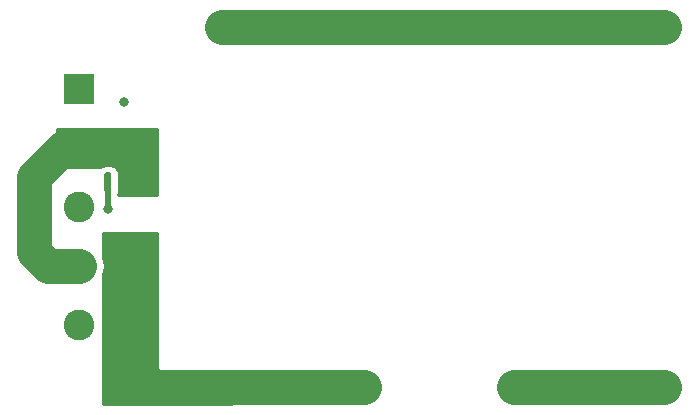
<source format=gtl>
%TF.GenerationSoftware,KiCad,Pcbnew,(5.1.6)-1*%
%TF.CreationDate,2020-10-09T13:05:12-04:00*%
%TF.ProjectId,heater,68656174-6572-42e6-9b69-6361645f7063,rev?*%
%TF.SameCoordinates,Original*%
%TF.FileFunction,Copper,L1,Top*%
%TF.FilePolarity,Positive*%
%FSLAX46Y46*%
G04 Gerber Fmt 4.6, Leading zero omitted, Abs format (unit mm)*
G04 Created by KiCad (PCBNEW (5.1.6)-1) date 2020-10-09 13:05:12*
%MOMM*%
%LPD*%
G01*
G04 APERTURE LIST*
%TA.AperFunction,ComponentPad*%
%ADD10O,2.400000X2.400000*%
%TD*%
%TA.AperFunction,ComponentPad*%
%ADD11C,2.400000*%
%TD*%
%TA.AperFunction,ComponentPad*%
%ADD12C,2.600000*%
%TD*%
%TA.AperFunction,ComponentPad*%
%ADD13R,2.600000X2.600000*%
%TD*%
%TA.AperFunction,ViaPad*%
%ADD14C,0.800000*%
%TD*%
%TA.AperFunction,Conductor*%
%ADD15C,3.000000*%
%TD*%
%TA.AperFunction,Conductor*%
%ADD16C,0.500000*%
%TD*%
%TA.AperFunction,Conductor*%
%ADD17C,0.254000*%
%TD*%
G04 APERTURE END LIST*
%TO.P,Q1,3*%
%TO.N,Net-(D1-Pad1)*%
%TA.AperFunction,SMDPad,CuDef*%
G36*
G01*
X34013000Y-39038000D02*
X34313000Y-39038000D01*
G75*
G02*
X34463000Y-39188000I0J-150000D01*
G01*
X34463000Y-40638000D01*
G75*
G02*
X34313000Y-40788000I-150000J0D01*
G01*
X34013000Y-40788000D01*
G75*
G02*
X33863000Y-40638000I0J150000D01*
G01*
X33863000Y-39188000D01*
G75*
G02*
X34013000Y-39038000I150000J0D01*
G01*
G37*
%TD.AperFunction*%
%TA.AperFunction,SMDPad,CuDef*%
G36*
G01*
X32743000Y-39038000D02*
X33043000Y-39038000D01*
G75*
G02*
X33193000Y-39188000I0J-150000D01*
G01*
X33193000Y-40638000D01*
G75*
G02*
X33043000Y-40788000I-150000J0D01*
G01*
X32743000Y-40788000D01*
G75*
G02*
X32593000Y-40638000I0J150000D01*
G01*
X32593000Y-39188000D01*
G75*
G02*
X32743000Y-39038000I150000J0D01*
G01*
G37*
%TD.AperFunction*%
%TA.AperFunction,SMDPad,CuDef*%
G36*
G01*
X31473000Y-39038000D02*
X31773000Y-39038000D01*
G75*
G02*
X31923000Y-39188000I0J-150000D01*
G01*
X31923000Y-40638000D01*
G75*
G02*
X31773000Y-40788000I-150000J0D01*
G01*
X31473000Y-40788000D01*
G75*
G02*
X31323000Y-40638000I0J150000D01*
G01*
X31323000Y-39188000D01*
G75*
G02*
X31473000Y-39038000I150000J0D01*
G01*
G37*
%TD.AperFunction*%
%TA.AperFunction,SMDPad,CuDef*%
G36*
G01*
X30203000Y-39038000D02*
X30503000Y-39038000D01*
G75*
G02*
X30653000Y-39188000I0J-150000D01*
G01*
X30653000Y-40638000D01*
G75*
G02*
X30503000Y-40788000I-150000J0D01*
G01*
X30203000Y-40788000D01*
G75*
G02*
X30053000Y-40638000I0J150000D01*
G01*
X30053000Y-39188000D01*
G75*
G02*
X30203000Y-39038000I150000J0D01*
G01*
G37*
%TD.AperFunction*%
%TO.P,Q1,1*%
%TO.N,/Heat_Control*%
%TA.AperFunction,SMDPad,CuDef*%
G36*
G01*
X30203000Y-33888000D02*
X30503000Y-33888000D01*
G75*
G02*
X30653000Y-34038000I0J-150000D01*
G01*
X30653000Y-35488000D01*
G75*
G02*
X30503000Y-35638000I-150000J0D01*
G01*
X30203000Y-35638000D01*
G75*
G02*
X30053000Y-35488000I0J150000D01*
G01*
X30053000Y-34038000D01*
G75*
G02*
X30203000Y-33888000I150000J0D01*
G01*
G37*
%TD.AperFunction*%
%TO.P,Q1,2*%
%TO.N,GND*%
%TA.AperFunction,SMDPad,CuDef*%
G36*
G01*
X31473000Y-33888000D02*
X31773000Y-33888000D01*
G75*
G02*
X31923000Y-34038000I0J-150000D01*
G01*
X31923000Y-35488000D01*
G75*
G02*
X31773000Y-35638000I-150000J0D01*
G01*
X31473000Y-35638000D01*
G75*
G02*
X31323000Y-35488000I0J150000D01*
G01*
X31323000Y-34038000D01*
G75*
G02*
X31473000Y-33888000I150000J0D01*
G01*
G37*
%TD.AperFunction*%
%TA.AperFunction,SMDPad,CuDef*%
G36*
G01*
X32743000Y-33888000D02*
X33043000Y-33888000D01*
G75*
G02*
X33193000Y-34038000I0J-150000D01*
G01*
X33193000Y-35488000D01*
G75*
G02*
X33043000Y-35638000I-150000J0D01*
G01*
X32743000Y-35638000D01*
G75*
G02*
X32593000Y-35488000I0J150000D01*
G01*
X32593000Y-34038000D01*
G75*
G02*
X32743000Y-33888000I150000J0D01*
G01*
G37*
%TD.AperFunction*%
%TA.AperFunction,SMDPad,CuDef*%
G36*
G01*
X34013000Y-33888000D02*
X34313000Y-33888000D01*
G75*
G02*
X34463000Y-34038000I0J-150000D01*
G01*
X34463000Y-35488000D01*
G75*
G02*
X34313000Y-35638000I-150000J0D01*
G01*
X34013000Y-35638000D01*
G75*
G02*
X33863000Y-35488000I0J150000D01*
G01*
X33863000Y-34038000D01*
G75*
G02*
X34013000Y-33888000I150000J0D01*
G01*
G37*
%TD.AperFunction*%
%TD*%
D10*
%TO.P,R3,2*%
%TO.N,Net-(D1-Pad1)*%
X52070000Y-52070000D03*
D11*
%TO.P,R3,1*%
%TO.N,Net-(R1-Pad2)*%
X52070000Y-21590000D03*
%TD*%
D10*
%TO.P,R2,2*%
%TO.N,Net-(R1-Pad2)*%
X64770000Y-21590000D03*
D11*
%TO.P,R2,1*%
%TO.N,VCC*%
X64770000Y-52070000D03*
%TD*%
D10*
%TO.P,R1,2*%
%TO.N,Net-(R1-Pad2)*%
X77470000Y-21590000D03*
D11*
%TO.P,R1,1*%
%TO.N,VCC*%
X77470000Y-52070000D03*
%TD*%
D10*
%TO.P,R4,2*%
%TO.N,Net-(D1-Pad1)*%
X40005000Y-52070000D03*
D11*
%TO.P,R4,1*%
%TO.N,Net-(R1-Pad2)*%
X40005000Y-21590000D03*
%TD*%
D12*
%TO.P,J1,5*%
%TO.N,/Heat_Control*%
X27940000Y-46830000D03*
%TO.P,J1,4*%
%TO.N,GND*%
X27940000Y-41830000D03*
%TO.P,J1,3*%
%TO.N,VCC*%
X27940000Y-36830000D03*
%TO.P,J1,2*%
%TO.N,GND*%
X27940000Y-31830000D03*
D13*
%TO.P,J1,1*%
%TO.N,VCC*%
X27940000Y-26830000D03*
%TD*%
D14*
%TO.N,GND*%
X31750000Y-27940000D03*
%TO.N,/Heat_Control*%
X30353000Y-36957000D03*
%TD*%
D15*
%TO.N,GND*%
X26590000Y-31830000D02*
X27940000Y-31830000D01*
X24130000Y-34290000D02*
X26590000Y-31830000D01*
X24130000Y-40640000D02*
X24130000Y-34290000D01*
X27940000Y-41830000D02*
X25320000Y-41830000D01*
X25320000Y-41830000D02*
X24130000Y-40640000D01*
D16*
%TO.N,/Heat_Control*%
X30353000Y-36957000D02*
X30353000Y-34763000D01*
D15*
%TO.N,VCC*%
X64770000Y-52070000D02*
X77470000Y-52070000D01*
%TO.N,Net-(R1-Pad2)*%
X52070000Y-21590000D02*
X64770000Y-21590000D01*
X64770000Y-21590000D02*
X77470000Y-21590000D01*
X52070000Y-21590000D02*
X40005000Y-21590000D01*
%TO.N,Net-(D1-Pad1)*%
X52070000Y-52070000D02*
X40005000Y-52070000D01*
%TD*%
D17*
%TO.N,GND*%
G36*
X34494001Y-35814000D02*
G01*
X31238000Y-35814000D01*
X31238000Y-35766783D01*
X31275929Y-35641745D01*
X31291072Y-35488000D01*
X31291072Y-34038000D01*
X31275929Y-33884255D01*
X31231084Y-33736418D01*
X31158258Y-33600171D01*
X31115000Y-33547461D01*
X31115000Y-33528000D01*
X31112560Y-33503224D01*
X31105333Y-33479399D01*
X31093597Y-33457443D01*
X31077803Y-33438197D01*
X31058557Y-33422403D01*
X31036601Y-33410667D01*
X31012776Y-33403440D01*
X30988000Y-33401000D01*
X30963076Y-33401000D01*
X30940829Y-33382742D01*
X30804582Y-33309916D01*
X30656745Y-33265071D01*
X30503000Y-33249928D01*
X30203000Y-33249928D01*
X30049255Y-33265071D01*
X29901418Y-33309916D01*
X29765171Y-33382742D01*
X29742924Y-33401000D01*
X26035000Y-33401000D01*
X26035000Y-30226000D01*
X34494001Y-30226000D01*
X34494001Y-35814000D01*
G37*
X34494001Y-35814000D02*
X31238000Y-35814000D01*
X31238000Y-35766783D01*
X31275929Y-35641745D01*
X31291072Y-35488000D01*
X31291072Y-34038000D01*
X31275929Y-33884255D01*
X31231084Y-33736418D01*
X31158258Y-33600171D01*
X31115000Y-33547461D01*
X31115000Y-33528000D01*
X31112560Y-33503224D01*
X31105333Y-33479399D01*
X31093597Y-33457443D01*
X31077803Y-33438197D01*
X31058557Y-33422403D01*
X31036601Y-33410667D01*
X31012776Y-33403440D01*
X30988000Y-33401000D01*
X30963076Y-33401000D01*
X30940829Y-33382742D01*
X30804582Y-33309916D01*
X30656745Y-33265071D01*
X30503000Y-33249928D01*
X30203000Y-33249928D01*
X30049255Y-33265071D01*
X29901418Y-33309916D01*
X29765171Y-33382742D01*
X29742924Y-33401000D01*
X26035000Y-33401000D01*
X26035000Y-30226000D01*
X34494001Y-30226000D01*
X34494001Y-35814000D01*
%TO.N,Net-(D1-Pad1)*%
G36*
X34494000Y-49750353D02*
G01*
X34490686Y-49784000D01*
X34503912Y-49918283D01*
X34543081Y-50047406D01*
X34544000Y-50049125D01*
X34544000Y-50546000D01*
X34546440Y-50570776D01*
X34553667Y-50594601D01*
X34565403Y-50616557D01*
X34581197Y-50635803D01*
X34600443Y-50651597D01*
X34622399Y-50663333D01*
X34646224Y-50670560D01*
X34671000Y-50673000D01*
X40894000Y-50673000D01*
X40894000Y-53467000D01*
X29972000Y-53467000D01*
X29972000Y-42486240D01*
X30044108Y-42248533D01*
X30085330Y-41830000D01*
X30044108Y-41411467D01*
X29972000Y-41173760D01*
X29972000Y-38989000D01*
X34494000Y-38989000D01*
X34494000Y-49750353D01*
G37*
X34494000Y-49750353D02*
X34490686Y-49784000D01*
X34503912Y-49918283D01*
X34543081Y-50047406D01*
X34544000Y-50049125D01*
X34544000Y-50546000D01*
X34546440Y-50570776D01*
X34553667Y-50594601D01*
X34565403Y-50616557D01*
X34581197Y-50635803D01*
X34600443Y-50651597D01*
X34622399Y-50663333D01*
X34646224Y-50670560D01*
X34671000Y-50673000D01*
X40894000Y-50673000D01*
X40894000Y-53467000D01*
X29972000Y-53467000D01*
X29972000Y-42486240D01*
X30044108Y-42248533D01*
X30085330Y-41830000D01*
X30044108Y-41411467D01*
X29972000Y-41173760D01*
X29972000Y-38989000D01*
X34494000Y-38989000D01*
X34494000Y-49750353D01*
%TD*%
M02*

</source>
